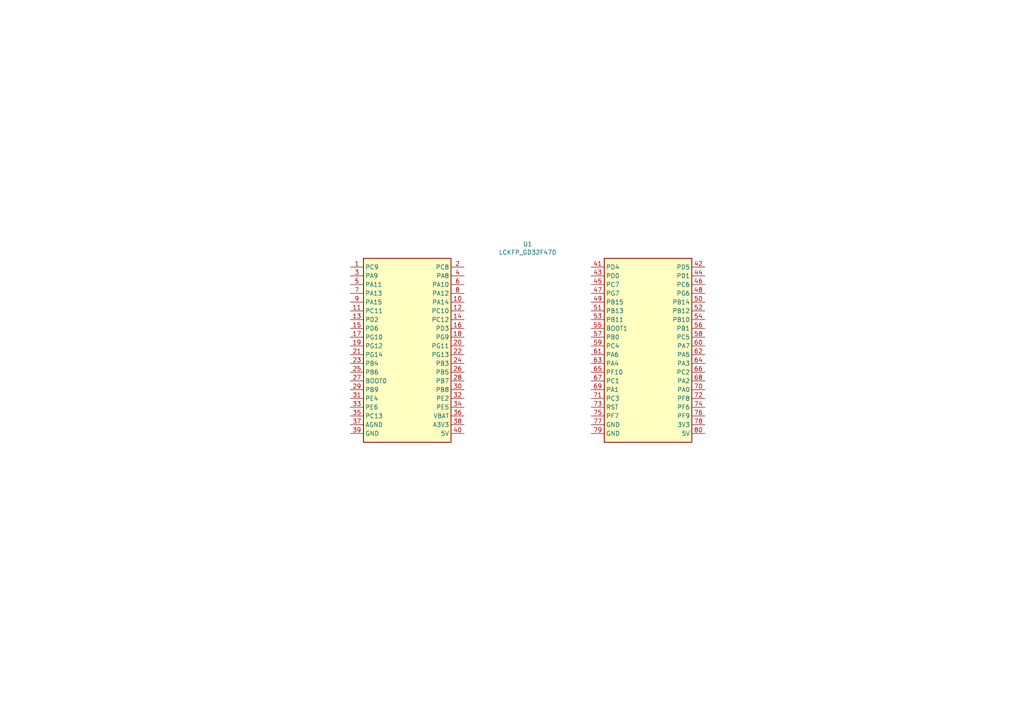
<source format=kicad_sch>
(kicad_sch (version 20231120) (generator "eeschema") (generator_version "8.0")
  (paper "A4")
  (lib_symbols
    (symbol "ErBW_s:LCKFB_GD32F470"
      (property "Reference" "U" (at 0 30.48 0))
      (property "Value" "LCKFP_GD32F470" (at 0 28.448 0))
      (symbol "LCKFB_GD32F470_1_0"
        (rectangle (start -45.72 26.67) (end -20.32 -26.67) (stroke (width 0.254)) (fill (type background)))
        (rectangle (start 24.13 26.67) (end 49.53 -26.67) (stroke (width 0.254)) (fill (type background)))
      )
      (symbol "LCKFB_GD32F470_1_1"
        (pin passive line (at -49.53 24.13 0) (length 3.81) (name "PC9") (number "1"))
        (pin passive line (at -16.51 13.97 180) (length 3.81) (name "PA14") (number "10"))
        (pin passive line (at -49.53 11.43 0) (length 3.81) (name "PC11") (number "11"))
        (pin passive line (at -16.51 11.43 180) (length 3.81) (name "PC10") (number "12"))
        (pin passive line (at -49.53 8.89 0) (length 3.81) (name "PD2") (number "13"))
        (pin passive line (at -16.51 8.89 180) (length 3.81) (name "PC12") (number "14"))
        (pin passive line (at -49.53 6.35 0) (length 3.81) (name "PD6") (number "15"))
        (pin passive line (at -16.51 6.35 180) (length 3.81) (name "PD3") (number "16"))
        (pin passive line (at -49.53 3.81 0) (length 3.81) (name "PG10") (number "17"))
        (pin passive line (at -16.51 3.81 180) (length 3.81) (name "PG9") (number "18"))
        (pin passive line (at -49.53 1.27 0) (length 3.81) (name "PG12") (number "19"))
        (pin passive line (at -16.51 24.13 180) (length 3.81) (name "PC8") (number "2"))
        (pin passive line (at -16.51 1.27 180) (length 3.81) (name "PG11") (number "20"))
        (pin passive line (at -49.53 -1.27 0) (length 3.81) (name "PG14") (number "21"))
        (pin passive line (at -16.51 -1.27 180) (length 3.81) (name "PG13") (number "22"))
        (pin passive line (at -49.53 -3.81 0) (length 3.81) (name "PB4") (number "23"))
        (pin passive line (at -16.51 -3.81 180) (length 3.81) (name "PB3") (number "24"))
        (pin passive line (at -49.53 -6.35 0) (length 3.81) (name "PB6") (number "25"))
        (pin passive line (at -16.51 -6.35 180) (length 3.81) (name "PB5") (number "26"))
        (pin passive line (at -49.53 -8.89 0) (length 3.81) (name "BOOT0") (number "27"))
        (pin passive line (at -16.51 -8.89 180) (length 3.81) (name "PB7") (number "28"))
        (pin passive line (at -49.53 -11.43 0) (length 3.81) (name "PB9") (number "29"))
        (pin passive line (at -49.53 21.59 0) (length 3.81) (name "PA9") (number "3"))
        (pin passive line (at -16.51 -11.43 180) (length 3.81) (name "PB8") (number "30"))
        (pin passive line (at -49.53 -13.97 0) (length 3.81) (name "PE4") (number "31"))
        (pin passive line (at -16.51 -13.97 180) (length 3.81) (name "PE2") (number "32"))
        (pin passive line (at -49.53 -16.51 0) (length 3.81) (name "PE6") (number "33"))
        (pin passive line (at -16.51 -16.51 180) (length 3.81) (name "PE5") (number "34"))
        (pin passive line (at -49.53 -19.05 0) (length 3.81) (name "PC13") (number "35"))
        (pin passive line (at -16.51 -19.05 180) (length 3.81) (name "VBAT") (number "36"))
        (pin passive line (at -49.53 -21.59 0) (length 3.81) (name "AGND") (number "37"))
        (pin passive line (at -16.51 -21.59 180) (length 3.81) (name "A3V3") (number "38"))
        (pin passive line (at -49.53 -24.13 0) (length 3.81) (name "GND") (number "39"))
        (pin passive line (at -16.51 21.59 180) (length 3.81) (name "PA8") (number "4"))
        (pin passive line (at -16.51 -24.13 180) (length 3.81) (name "5V") (number "40"))
        (pin passive line (at 20.32 24.13 0) (length 3.81) (name "PD4") (number "41"))
        (pin passive line (at 53.34 24.13 180) (length 3.81) (name "PD5") (number "42"))
        (pin passive line (at 20.32 21.59 0) (length 3.81) (name "PD0") (number "43"))
        (pin passive line (at 53.34 21.59 180) (length 3.81) (name "PD1") (number "44"))
        (pin passive line (at 20.32 19.05 0) (length 3.81) (name "PC7") (number "45"))
        (pin passive line (at 53.34 19.05 180) (length 3.81) (name "PC6") (number "46"))
        (pin passive line (at 20.32 16.51 0) (length 3.81) (name "PG7") (number "47"))
        (pin passive line (at 53.34 16.51 180) (length 3.81) (name "PG6") (number "48"))
        (pin passive line (at 20.32 13.97 0) (length 3.81) (name "PB15") (number "49"))
        (pin passive line (at -49.53 19.05 0) (length 3.81) (name "PA11") (number "5"))
        (pin passive line (at 53.34 13.97 180) (length 3.81) (name "PB14") (number "50"))
        (pin passive line (at 20.32 11.43 0) (length 3.81) (name "PB13") (number "51"))
        (pin passive line (at 53.34 11.43 180) (length 3.81) (name "PB12") (number "52"))
        (pin passive line (at 20.32 8.89 0) (length 3.81) (name "PB11") (number "53"))
        (pin passive line (at 53.34 8.89 180) (length 3.81) (name "PB10") (number "54"))
        (pin passive line (at 20.32 6.35 0) (length 3.81) (name "BOOT1") (number "55"))
        (pin passive line (at 53.34 6.35 180) (length 3.81) (name "PB1") (number "56"))
        (pin passive line (at 20.32 3.81 0) (length 3.81) (name "PB0") (number "57"))
        (pin passive line (at 53.34 3.81 180) (length 3.81) (name "PC5") (number "58"))
        (pin passive line (at 20.32 1.27 0) (length 3.81) (name "PC4") (number "59"))
        (pin passive line (at -16.51 19.05 180) (length 3.81) (name "PA10") (number "6"))
        (pin passive line (at 53.34 1.27 180) (length 3.81) (name "PA7") (number "60"))
        (pin passive line (at 20.32 -1.27 0) (length 3.81) (name "PA6") (number "61"))
        (pin passive line (at 53.34 -1.27 180) (length 3.81) (name "PA5") (number "62"))
        (pin passive line (at 20.32 -3.81 0) (length 3.81) (name "PA4") (number "63"))
        (pin passive line (at 53.34 -3.81 180) (length 3.81) (name "PA3") (number "64"))
        (pin passive line (at 20.32 -6.35 0) (length 3.81) (name "PF10") (number "65"))
        (pin passive line (at 53.34 -6.35 180) (length 3.81) (name "PC2") (number "66"))
        (pin passive line (at 20.32 -8.89 0) (length 3.81) (name "PC1") (number "67"))
        (pin passive line (at 53.34 -8.89 180) (length 3.81) (name "PA2") (number "68"))
        (pin passive line (at 20.32 -11.43 0) (length 3.81) (name "PA1") (number "69"))
        (pin passive line (at -49.53 16.51 0) (length 3.81) (name "PA13") (number "7"))
        (pin passive line (at 53.34 -11.43 180) (length 3.81) (name "PA0") (number "70"))
        (pin passive line (at 20.32 -13.97 0) (length 3.81) (name "PC3") (number "71"))
        (pin passive line (at 53.34 -13.97 180) (length 3.81) (name "PF8") (number "72"))
        (pin passive line (at 20.32 -16.51 0) (length 3.81) (name "RST") (number "73"))
        (pin passive line (at 53.34 -16.51 180) (length 3.81) (name "PF6") (number "74"))
        (pin passive line (at 20.32 -19.05 0) (length 3.81) (name "PF7") (number "75"))
        (pin passive line (at 53.34 -19.05 180) (length 3.81) (name "PF9") (number "76"))
        (pin passive line (at 20.32 -21.59 0) (length 3.81) (name "GND") (number "77"))
        (pin passive line (at 53.34 -21.59 180) (length 3.81) (name "3V3") (number "78"))
        (pin passive line (at 20.32 -24.13 0) (length 3.81) (name "GND") (number "79"))
        (pin passive line (at -16.51 16.51 180) (length 3.81) (name "PA12") (number "8"))
        (pin passive line (at 53.34 -24.13 180) (length 3.81) (name "5V") (number "80"))
        (pin passive line (at -49.53 13.97 0) (length 3.81) (name "PA15") (number "9"))
      )
    )
  )
  (symbol (lib_id "ErBW_s:LCKFB_GD32F470") (at 151.13 101.6 0) (unit 1)
    (property "Reference" "U1" (at 153.035 70.7855 0))
    (property "Value" "LCKFP_GD32F470" (at 153.035 73.2098 0))
  )
)
</source>
